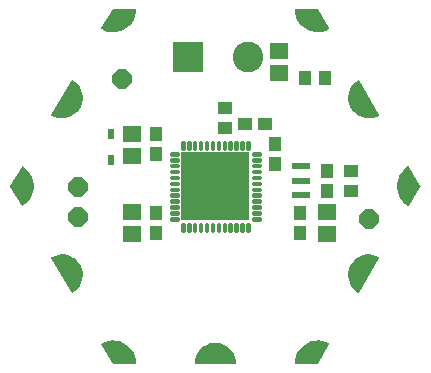
<source format=gbr>
G04 EAGLE Gerber RS-274X export*
G75*
%MOMM*%
%FSLAX34Y34*%
%LPD*%
%INSoldermask Bottom*%
%IPPOS*%
%AMOC8*
5,1,8,0,0,1.08239X$1,22.5*%
G01*
%ADD10R,1.101600X1.201600*%
%ADD11R,1.601600X1.401600*%
%ADD12C,0.225016*%
%ADD13R,5.801588X5.801588*%
%ADD14R,1.501597X0.501600*%
%ADD15R,1.201600X1.101600*%
%ADD16C,1.101600*%
%ADD17R,2.601600X2.601600*%
%ADD18C,2.601600*%
%ADD19R,0.601600X0.901600*%
%ADD20P,1.759533X8X22.500000*%

G36*
X17791Y129D02*
X17791Y129D01*
X17820Y126D01*
X17887Y148D01*
X17957Y162D01*
X17981Y179D01*
X18009Y188D01*
X18062Y235D01*
X18121Y275D01*
X18137Y299D01*
X18159Y319D01*
X18190Y383D01*
X18228Y442D01*
X18233Y471D01*
X18245Y497D01*
X18254Y597D01*
X18261Y639D01*
X18258Y649D01*
X18260Y663D01*
X18028Y3461D01*
X18018Y3495D01*
X18014Y3543D01*
X17325Y6264D01*
X17310Y6296D01*
X17298Y6342D01*
X16170Y8914D01*
X16150Y8942D01*
X16131Y8986D01*
X14595Y11337D01*
X14571Y11361D01*
X14545Y11402D01*
X12643Y13467D01*
X12615Y13488D01*
X12582Y13523D01*
X10367Y15248D01*
X10336Y15263D01*
X10298Y15293D01*
X7828Y16629D01*
X7795Y16639D01*
X7753Y16662D01*
X6567Y17070D01*
X5113Y17569D01*
X5097Y17574D01*
X5063Y17579D01*
X5017Y17594D01*
X2248Y18056D01*
X2213Y18055D01*
X2166Y18063D01*
X-642Y18063D01*
X-676Y18056D01*
X-724Y18056D01*
X-3493Y17594D01*
X-3526Y17582D01*
X-3573Y17574D01*
X-6229Y16662D01*
X-6259Y16645D01*
X-6304Y16629D01*
X-8774Y15293D01*
X-8800Y15271D01*
X-8843Y15248D01*
X-11058Y13523D01*
X-11081Y13497D01*
X-11119Y13467D01*
X-13021Y11402D01*
X-13039Y11372D01*
X-13071Y11337D01*
X-14607Y8986D01*
X-14620Y8954D01*
X-14646Y8914D01*
X-15774Y6342D01*
X-15781Y6309D01*
X-15784Y6302D01*
X-15790Y6293D01*
X-15791Y6287D01*
X-15801Y6264D01*
X-16490Y3543D01*
X-16492Y3508D01*
X-16504Y3461D01*
X-16736Y663D01*
X-16732Y634D01*
X-16737Y605D01*
X-16721Y536D01*
X-16712Y466D01*
X-16698Y440D01*
X-16691Y412D01*
X-16649Y355D01*
X-16614Y293D01*
X-16590Y275D01*
X-16573Y252D01*
X-16512Y216D01*
X-16455Y173D01*
X-16427Y165D01*
X-16402Y150D01*
X-16304Y134D01*
X-16263Y123D01*
X-16252Y125D01*
X-16238Y123D01*
X17762Y123D01*
X17791Y129D01*
G37*
G36*
X-120631Y60432D02*
X-120631Y60432D01*
X-120560Y60429D01*
X-120533Y60439D01*
X-120504Y60441D01*
X-120414Y60483D01*
X-120374Y60498D01*
X-120366Y60506D01*
X-120353Y60512D01*
X-118050Y62111D01*
X-118026Y62137D01*
X-117986Y62164D01*
X-115977Y64121D01*
X-115958Y64150D01*
X-115923Y64183D01*
X-114264Y66444D01*
X-114249Y66475D01*
X-114220Y66514D01*
X-112956Y69017D01*
X-112947Y69051D01*
X-112925Y69094D01*
X-112089Y71771D01*
X-112086Y71805D01*
X-112071Y71851D01*
X-111688Y74630D01*
X-111690Y74664D01*
X-111684Y74712D01*
X-111763Y77515D01*
X-111771Y77549D01*
X-111772Y77597D01*
X-112311Y80349D01*
X-112325Y80381D01*
X-112334Y80429D01*
X-113319Y83054D01*
X-113334Y83079D01*
X-113339Y83099D01*
X-113347Y83110D01*
X-113354Y83129D01*
X-114758Y85557D01*
X-114781Y85583D01*
X-114805Y85625D01*
X-116589Y87788D01*
X-116616Y87810D01*
X-116647Y87847D01*
X-118763Y89688D01*
X-118793Y89705D01*
X-118829Y89737D01*
X-121220Y91204D01*
X-121252Y91215D01*
X-121293Y91241D01*
X-123892Y92294D01*
X-123926Y92301D01*
X-123971Y92319D01*
X-126708Y92930D01*
X-126743Y92931D01*
X-126790Y92942D01*
X-129590Y93094D01*
X-129624Y93089D01*
X-129672Y93092D01*
X-132460Y92782D01*
X-132493Y92771D01*
X-132541Y92766D01*
X-135239Y92001D01*
X-135269Y91985D01*
X-135316Y91972D01*
X-137851Y90773D01*
X-137875Y90756D01*
X-137902Y90746D01*
X-137954Y90697D01*
X-138011Y90654D01*
X-138025Y90629D01*
X-138047Y90609D01*
X-138075Y90544D01*
X-138111Y90483D01*
X-138114Y90454D01*
X-138126Y90427D01*
X-138127Y90356D01*
X-138136Y90285D01*
X-138128Y90257D01*
X-138128Y90228D01*
X-138094Y90135D01*
X-138082Y90094D01*
X-138075Y90085D01*
X-138070Y90072D01*
X-121070Y60672D01*
X-121051Y60650D01*
X-121038Y60624D01*
X-120985Y60576D01*
X-120938Y60523D01*
X-120912Y60511D01*
X-120890Y60491D01*
X-120823Y60468D01*
X-120759Y60438D01*
X-120730Y60436D01*
X-120702Y60427D01*
X-120631Y60432D01*
G37*
G36*
X131148Y208155D02*
X131148Y208155D01*
X131196Y208152D01*
X133984Y208462D01*
X134017Y208473D01*
X134065Y208478D01*
X136763Y209243D01*
X136793Y209259D01*
X136840Y209272D01*
X139375Y210471D01*
X139399Y210488D01*
X139426Y210498D01*
X139478Y210547D01*
X139535Y210590D01*
X139549Y210615D01*
X139571Y210635D01*
X139599Y210700D01*
X139635Y210762D01*
X139638Y210790D01*
X139650Y210817D01*
X139651Y210888D01*
X139660Y210959D01*
X139652Y210987D01*
X139652Y211016D01*
X139618Y211109D01*
X139606Y211150D01*
X139599Y211159D01*
X139594Y211172D01*
X122594Y240572D01*
X122575Y240594D01*
X122562Y240620D01*
X122509Y240668D01*
X122462Y240721D01*
X122436Y240733D01*
X122414Y240753D01*
X122347Y240776D01*
X122283Y240806D01*
X122254Y240808D01*
X122226Y240817D01*
X122155Y240812D01*
X122084Y240815D01*
X122057Y240805D01*
X122028Y240803D01*
X121938Y240761D01*
X121898Y240746D01*
X121890Y240738D01*
X121877Y240732D01*
X119574Y239133D01*
X119550Y239108D01*
X119510Y239080D01*
X117501Y237123D01*
X117482Y237094D01*
X117447Y237061D01*
X115788Y234800D01*
X115773Y234769D01*
X115744Y234730D01*
X114480Y232227D01*
X114471Y232193D01*
X114449Y232150D01*
X113613Y229473D01*
X113610Y229439D01*
X113595Y229393D01*
X113212Y226614D01*
X113214Y226580D01*
X113208Y226532D01*
X113287Y223729D01*
X113295Y223695D01*
X113296Y223647D01*
X113835Y220895D01*
X113849Y220863D01*
X113858Y220815D01*
X114843Y218190D01*
X114861Y218160D01*
X114878Y218115D01*
X116282Y215687D01*
X116305Y215661D01*
X116329Y215620D01*
X118113Y213456D01*
X118140Y213434D01*
X118171Y213397D01*
X120287Y211556D01*
X120317Y211539D01*
X120353Y211508D01*
X122744Y210040D01*
X122776Y210029D01*
X122817Y210003D01*
X125416Y208950D01*
X125450Y208943D01*
X125495Y208925D01*
X128232Y208314D01*
X128267Y208313D01*
X128314Y208302D01*
X131114Y208150D01*
X131148Y208155D01*
G37*
G36*
X122188Y60433D02*
X122188Y60433D01*
X122259Y60432D01*
X122286Y60443D01*
X122315Y60447D01*
X122377Y60481D01*
X122442Y60509D01*
X122463Y60530D01*
X122488Y60544D01*
X122551Y60620D01*
X122581Y60651D01*
X122585Y60661D01*
X122594Y60672D01*
X139594Y90072D01*
X139603Y90100D01*
X139620Y90124D01*
X139635Y90193D01*
X139657Y90261D01*
X139655Y90290D01*
X139661Y90318D01*
X139648Y90388D01*
X139642Y90459D01*
X139629Y90485D01*
X139623Y90513D01*
X139583Y90572D01*
X139551Y90635D01*
X139528Y90654D01*
X139512Y90678D01*
X139430Y90735D01*
X139397Y90762D01*
X139387Y90765D01*
X139375Y90773D01*
X136840Y91972D01*
X136806Y91980D01*
X136763Y92001D01*
X134065Y92766D01*
X134030Y92768D01*
X133984Y92782D01*
X131196Y93092D01*
X131162Y93089D01*
X131114Y93094D01*
X128314Y92942D01*
X128280Y92933D01*
X128232Y92930D01*
X125495Y92319D01*
X125463Y92305D01*
X125416Y92294D01*
X122817Y91241D01*
X122788Y91222D01*
X122744Y91204D01*
X120353Y89737D01*
X120328Y89713D01*
X120287Y89688D01*
X118171Y87847D01*
X118150Y87820D01*
X118113Y87788D01*
X116329Y85625D01*
X116313Y85594D01*
X116282Y85557D01*
X114878Y83129D01*
X114867Y83096D01*
X114860Y83083D01*
X114850Y83069D01*
X114850Y83066D01*
X114843Y83054D01*
X113858Y80429D01*
X113852Y80394D01*
X113835Y80349D01*
X113296Y77597D01*
X113296Y77563D01*
X113287Y77515D01*
X113208Y74712D01*
X113214Y74678D01*
X113212Y74630D01*
X113595Y71851D01*
X113607Y71819D01*
X113613Y71771D01*
X114449Y69094D01*
X114466Y69063D01*
X114480Y69017D01*
X115744Y66514D01*
X115766Y66487D01*
X115788Y66444D01*
X117447Y64183D01*
X117473Y64160D01*
X117501Y64121D01*
X119510Y62164D01*
X119539Y62145D01*
X119574Y62111D01*
X121877Y60512D01*
X121904Y60500D01*
X121927Y60482D01*
X121995Y60461D01*
X122060Y60433D01*
X122089Y60433D01*
X122117Y60425D01*
X122188Y60433D01*
G37*
G36*
X-126790Y208302D02*
X-126790Y208302D01*
X-126756Y208311D01*
X-126708Y208314D01*
X-123971Y208925D01*
X-123939Y208939D01*
X-123892Y208950D01*
X-121293Y210003D01*
X-121264Y210022D01*
X-121220Y210040D01*
X-118829Y211508D01*
X-118804Y211531D01*
X-118763Y211556D01*
X-116647Y213397D01*
X-116626Y213424D01*
X-116589Y213456D01*
X-114805Y215620D01*
X-114789Y215650D01*
X-114758Y215687D01*
X-113354Y218115D01*
X-113343Y218148D01*
X-113319Y218190D01*
X-112334Y220815D01*
X-112328Y220850D01*
X-112311Y220895D01*
X-111772Y223647D01*
X-111772Y223682D01*
X-111763Y223729D01*
X-111684Y226532D01*
X-111690Y226566D01*
X-111688Y226614D01*
X-112071Y229393D01*
X-112083Y229425D01*
X-112089Y229473D01*
X-112925Y232150D01*
X-112942Y232181D01*
X-112956Y232227D01*
X-114220Y234730D01*
X-114242Y234757D01*
X-114264Y234800D01*
X-115923Y237061D01*
X-115949Y237084D01*
X-115977Y237123D01*
X-117986Y239080D01*
X-118015Y239099D01*
X-118050Y239133D01*
X-120353Y240732D01*
X-120380Y240744D01*
X-120403Y240762D01*
X-120471Y240783D01*
X-120536Y240811D01*
X-120565Y240811D01*
X-120593Y240819D01*
X-120664Y240811D01*
X-120735Y240812D01*
X-120762Y240801D01*
X-120791Y240797D01*
X-120853Y240763D01*
X-120918Y240735D01*
X-120939Y240714D01*
X-120964Y240700D01*
X-121027Y240624D01*
X-121057Y240593D01*
X-121061Y240583D01*
X-121070Y240572D01*
X-138070Y211172D01*
X-138079Y211144D01*
X-138096Y211120D01*
X-138111Y211051D01*
X-138133Y210983D01*
X-138131Y210954D01*
X-138137Y210926D01*
X-138124Y210856D01*
X-138118Y210785D01*
X-138105Y210759D01*
X-138099Y210731D01*
X-138059Y210672D01*
X-138027Y210609D01*
X-138004Y210590D01*
X-137988Y210566D01*
X-137906Y210509D01*
X-137873Y210482D01*
X-137863Y210479D01*
X-137851Y210471D01*
X-135316Y209272D01*
X-135282Y209264D01*
X-135239Y209243D01*
X-132541Y208478D01*
X-132506Y208476D01*
X-132460Y208462D01*
X-129672Y208152D01*
X-129638Y208155D01*
X-129590Y208150D01*
X-126790Y208302D01*
G37*
G36*
X164489Y133633D02*
X164489Y133633D01*
X164560Y133633D01*
X164587Y133644D01*
X164616Y133647D01*
X164678Y133682D01*
X164743Y133710D01*
X164764Y133730D01*
X164789Y133745D01*
X164852Y133822D01*
X164882Y133852D01*
X164886Y133862D01*
X164895Y133873D01*
X174395Y150373D01*
X174405Y150405D01*
X174414Y150418D01*
X174418Y150442D01*
X174419Y150446D01*
X174450Y150516D01*
X174450Y150540D01*
X174458Y150562D01*
X174452Y150638D01*
X174453Y150715D01*
X174443Y150739D01*
X174442Y150760D01*
X174421Y150799D01*
X174395Y150871D01*
X164895Y167371D01*
X164876Y167393D01*
X164863Y167419D01*
X164810Y167467D01*
X164763Y167520D01*
X164737Y167533D01*
X164716Y167552D01*
X164648Y167575D01*
X164584Y167606D01*
X164555Y167608D01*
X164528Y167617D01*
X164456Y167612D01*
X164385Y167615D01*
X164358Y167605D01*
X164329Y167603D01*
X164239Y167561D01*
X164199Y167546D01*
X164191Y167539D01*
X164178Y167533D01*
X161655Y165791D01*
X161631Y165767D01*
X161593Y165740D01*
X159381Y163616D01*
X159362Y163588D01*
X159328Y163556D01*
X157486Y161105D01*
X157472Y161074D01*
X157443Y161037D01*
X156018Y158322D01*
X156009Y158291D01*
X155993Y158266D01*
X155992Y158258D01*
X155987Y158248D01*
X155016Y155340D01*
X155012Y155306D01*
X154997Y155262D01*
X154505Y152235D01*
X154506Y152201D01*
X154498Y152155D01*
X154498Y149089D01*
X154499Y149085D01*
X154499Y149083D01*
X154505Y149056D01*
X154505Y149009D01*
X154997Y145982D01*
X155009Y145951D01*
X155016Y145904D01*
X155987Y142996D01*
X156004Y142967D01*
X156018Y142922D01*
X157443Y140207D01*
X157465Y140181D01*
X157486Y140139D01*
X159328Y137688D01*
X159353Y137665D01*
X159381Y137628D01*
X161593Y135504D01*
X161621Y135486D01*
X161655Y135453D01*
X164178Y133711D01*
X164205Y133700D01*
X164227Y133681D01*
X164296Y133661D01*
X164361Y133633D01*
X164390Y133633D01*
X164418Y133625D01*
X164489Y133633D01*
G37*
G36*
X-162932Y133632D02*
X-162932Y133632D01*
X-162861Y133629D01*
X-162834Y133639D01*
X-162805Y133641D01*
X-162715Y133683D01*
X-162675Y133698D01*
X-162667Y133705D01*
X-162654Y133711D01*
X-160131Y135453D01*
X-160107Y135477D01*
X-160069Y135504D01*
X-157857Y137628D01*
X-157838Y137656D01*
X-157804Y137688D01*
X-155962Y140139D01*
X-155948Y140170D01*
X-155919Y140207D01*
X-154494Y142922D01*
X-154485Y142955D01*
X-154463Y142996D01*
X-153492Y145904D01*
X-153488Y145938D01*
X-153473Y145982D01*
X-152981Y149009D01*
X-152982Y149043D01*
X-152974Y149089D01*
X-152974Y152155D01*
X-152981Y152188D01*
X-152981Y152235D01*
X-153473Y155262D01*
X-153485Y155293D01*
X-153492Y155340D01*
X-154463Y158248D01*
X-154476Y158271D01*
X-154482Y158296D01*
X-154489Y158305D01*
X-154494Y158322D01*
X-155919Y161037D01*
X-155941Y161063D01*
X-155962Y161105D01*
X-157804Y163556D01*
X-157829Y163579D01*
X-157857Y163616D01*
X-160069Y165740D01*
X-160097Y165758D01*
X-160131Y165791D01*
X-162654Y167533D01*
X-162681Y167544D01*
X-162703Y167563D01*
X-162772Y167583D01*
X-162837Y167611D01*
X-162866Y167611D01*
X-162894Y167619D01*
X-162965Y167611D01*
X-163036Y167612D01*
X-163063Y167600D01*
X-163092Y167597D01*
X-163154Y167562D01*
X-163219Y167534D01*
X-163240Y167514D01*
X-163265Y167499D01*
X-163328Y167422D01*
X-163358Y167392D01*
X-163362Y167382D01*
X-163371Y167371D01*
X-172871Y150871D01*
X-172895Y150798D01*
X-172926Y150728D01*
X-172926Y150704D01*
X-172934Y150682D01*
X-172928Y150606D01*
X-172929Y150529D01*
X-172919Y150505D01*
X-172918Y150484D01*
X-172897Y150445D01*
X-172878Y150393D01*
X-172877Y150387D01*
X-172875Y150385D01*
X-172871Y150373D01*
X-163371Y133873D01*
X-163352Y133851D01*
X-163339Y133825D01*
X-163286Y133777D01*
X-163239Y133724D01*
X-163213Y133711D01*
X-163192Y133692D01*
X-163124Y133669D01*
X-163060Y133638D01*
X-163031Y133637D01*
X-163004Y133627D01*
X-162932Y133632D01*
G37*
G36*
X87438Y138D02*
X87438Y138D01*
X87516Y147D01*
X87535Y158D01*
X87557Y162D01*
X87621Y206D01*
X87689Y245D01*
X87705Y264D01*
X87721Y275D01*
X87745Y313D01*
X87795Y373D01*
X97295Y16873D01*
X97304Y16900D01*
X97320Y16924D01*
X97335Y16994D01*
X97358Y17062D01*
X97355Y17090D01*
X97361Y17118D01*
X97348Y17189D01*
X97342Y17260D01*
X97329Y17285D01*
X97323Y17313D01*
X97283Y17373D01*
X97250Y17436D01*
X97228Y17454D01*
X97212Y17478D01*
X97129Y17536D01*
X97097Y17563D01*
X97086Y17566D01*
X97076Y17573D01*
X94310Y18882D01*
X94277Y18890D01*
X94234Y18910D01*
X91294Y19758D01*
X91260Y19761D01*
X91216Y19774D01*
X88178Y20139D01*
X88144Y20136D01*
X88097Y20142D01*
X85040Y20015D01*
X85007Y20007D01*
X84960Y20006D01*
X81963Y19390D01*
X81932Y19377D01*
X81886Y19368D01*
X79026Y18279D01*
X78998Y18261D01*
X78954Y18245D01*
X76306Y16711D01*
X76280Y16689D01*
X76240Y16666D01*
X73872Y14728D01*
X73850Y14701D01*
X73814Y14672D01*
X71787Y12379D01*
X71771Y12350D01*
X71739Y12315D01*
X70107Y9727D01*
X70095Y9695D01*
X70070Y9656D01*
X68874Y6839D01*
X68867Y6806D01*
X68864Y6799D01*
X68860Y6793D01*
X68859Y6787D01*
X68848Y6763D01*
X68120Y3791D01*
X68118Y3757D01*
X68107Y3712D01*
X67864Y662D01*
X67868Y633D01*
X67863Y605D01*
X67880Y536D01*
X67888Y464D01*
X67903Y440D01*
X67909Y412D01*
X67952Y354D01*
X67988Y292D01*
X68010Y275D01*
X68027Y252D01*
X68089Y215D01*
X68146Y172D01*
X68174Y165D01*
X68198Y150D01*
X68298Y134D01*
X68339Y123D01*
X68349Y125D01*
X68362Y123D01*
X87362Y123D01*
X87438Y138D01*
G37*
G36*
X88131Y281107D02*
X88131Y281107D01*
X88178Y281105D01*
X91216Y281470D01*
X91248Y281481D01*
X91294Y281486D01*
X94234Y282334D01*
X94264Y282350D01*
X94310Y282362D01*
X97076Y283671D01*
X97098Y283688D01*
X97125Y283698D01*
X97177Y283747D01*
X97235Y283790D01*
X97249Y283815D01*
X97270Y283834D01*
X97299Y283900D01*
X97335Y283962D01*
X97338Y283990D01*
X97350Y284016D01*
X97351Y284088D01*
X97360Y284159D01*
X97352Y284186D01*
X97353Y284215D01*
X97317Y284310D01*
X97306Y284350D01*
X97299Y284359D01*
X97295Y284371D01*
X87795Y300871D01*
X87743Y300930D01*
X87697Y300992D01*
X87678Y301003D01*
X87663Y301020D01*
X87593Y301054D01*
X87526Y301094D01*
X87502Y301098D01*
X87484Y301106D01*
X87439Y301108D01*
X87362Y301121D01*
X68362Y301121D01*
X68334Y301116D01*
X68306Y301118D01*
X68238Y301096D01*
X68167Y301082D01*
X68144Y301066D01*
X68117Y301057D01*
X68062Y301010D01*
X68003Y300969D01*
X67988Y300945D01*
X67967Y300927D01*
X67935Y300862D01*
X67896Y300802D01*
X67891Y300774D01*
X67879Y300748D01*
X67870Y300647D01*
X67863Y300605D01*
X67865Y300595D01*
X67864Y300582D01*
X68107Y297532D01*
X68116Y297500D01*
X68120Y297453D01*
X68848Y294481D01*
X68863Y294450D01*
X68874Y294405D01*
X70070Y291588D01*
X70089Y291560D01*
X70107Y291517D01*
X71739Y288929D01*
X71763Y288905D01*
X71787Y288865D01*
X73814Y286572D01*
X73841Y286552D01*
X73872Y286516D01*
X76240Y284578D01*
X76270Y284562D01*
X76306Y284533D01*
X78954Y283000D01*
X78986Y282989D01*
X79026Y282965D01*
X81886Y281877D01*
X81919Y281871D01*
X81963Y281854D01*
X84960Y281238D01*
X84994Y281238D01*
X85040Y281229D01*
X88097Y281102D01*
X88131Y281107D01*
G37*
G36*
X-66810Y128D02*
X-66810Y128D01*
X-66782Y126D01*
X-66714Y148D01*
X-66643Y162D01*
X-66620Y178D01*
X-66593Y187D01*
X-66538Y234D01*
X-66479Y275D01*
X-66464Y299D01*
X-66443Y317D01*
X-66411Y382D01*
X-66372Y442D01*
X-66367Y470D01*
X-66355Y496D01*
X-66346Y597D01*
X-66339Y639D01*
X-66341Y649D01*
X-66340Y662D01*
X-66583Y3712D01*
X-66592Y3744D01*
X-66596Y3791D01*
X-67324Y6763D01*
X-67339Y6794D01*
X-67350Y6839D01*
X-68546Y9656D01*
X-68565Y9684D01*
X-68583Y9727D01*
X-70215Y12315D01*
X-70239Y12339D01*
X-70263Y12379D01*
X-72290Y14672D01*
X-72317Y14692D01*
X-72348Y14728D01*
X-74716Y16666D01*
X-74746Y16682D01*
X-74782Y16711D01*
X-77430Y18245D01*
X-77462Y18255D01*
X-77502Y18279D01*
X-80362Y19368D01*
X-80395Y19373D01*
X-80439Y19390D01*
X-83436Y20006D01*
X-83470Y20006D01*
X-83516Y20015D01*
X-86573Y20142D01*
X-86607Y20137D01*
X-86654Y20139D01*
X-89692Y19774D01*
X-89724Y19763D01*
X-89770Y19758D01*
X-92710Y18910D01*
X-92740Y18894D01*
X-92786Y18882D01*
X-95552Y17573D01*
X-95574Y17556D01*
X-95601Y17546D01*
X-95653Y17497D01*
X-95711Y17454D01*
X-95725Y17429D01*
X-95746Y17410D01*
X-95775Y17344D01*
X-95811Y17282D01*
X-95814Y17254D01*
X-95826Y17228D01*
X-95827Y17156D01*
X-95836Y17085D01*
X-95828Y17058D01*
X-95829Y17029D01*
X-95793Y16934D01*
X-95782Y16894D01*
X-95775Y16885D01*
X-95771Y16873D01*
X-86271Y373D01*
X-86219Y315D01*
X-86173Y252D01*
X-86154Y241D01*
X-86139Y224D01*
X-86069Y190D01*
X-86002Y150D01*
X-85978Y146D01*
X-85960Y138D01*
X-85915Y136D01*
X-85838Y123D01*
X-66838Y123D01*
X-66810Y128D01*
G37*
G36*
X-83516Y281229D02*
X-83516Y281229D01*
X-83483Y281237D01*
X-83436Y281238D01*
X-80439Y281854D01*
X-80408Y281867D01*
X-80362Y281877D01*
X-77502Y282965D01*
X-77474Y282983D01*
X-77430Y283000D01*
X-74782Y284533D01*
X-74756Y284555D01*
X-74716Y284578D01*
X-72348Y286516D01*
X-72326Y286543D01*
X-72290Y286572D01*
X-70263Y288865D01*
X-70247Y288894D01*
X-70215Y288929D01*
X-68583Y291517D01*
X-68571Y291549D01*
X-68546Y291588D01*
X-67350Y294405D01*
X-67343Y294438D01*
X-67324Y294481D01*
X-66596Y297453D01*
X-66594Y297487D01*
X-66583Y297532D01*
X-66340Y300582D01*
X-66344Y300611D01*
X-66339Y300639D01*
X-66356Y300708D01*
X-66364Y300780D01*
X-66379Y300804D01*
X-66385Y300832D01*
X-66428Y300890D01*
X-66464Y300952D01*
X-66486Y300969D01*
X-66503Y300992D01*
X-66565Y301029D01*
X-66622Y301072D01*
X-66650Y301079D01*
X-66674Y301094D01*
X-66774Y301110D01*
X-66815Y301121D01*
X-66825Y301119D01*
X-66838Y301121D01*
X-85838Y301121D01*
X-85914Y301106D01*
X-85992Y301097D01*
X-86011Y301086D01*
X-86033Y301082D01*
X-86097Y301038D01*
X-86165Y300999D01*
X-86181Y300980D01*
X-86197Y300969D01*
X-86221Y300931D01*
X-86271Y300871D01*
X-95771Y284371D01*
X-95780Y284344D01*
X-95796Y284320D01*
X-95811Y284250D01*
X-95834Y284182D01*
X-95831Y284154D01*
X-95837Y284126D01*
X-95824Y284056D01*
X-95818Y283984D01*
X-95805Y283959D01*
X-95799Y283931D01*
X-95759Y283871D01*
X-95726Y283808D01*
X-95704Y283790D01*
X-95688Y283766D01*
X-95605Y283708D01*
X-95573Y283681D01*
X-95562Y283678D01*
X-95552Y283671D01*
X-92786Y282362D01*
X-92753Y282354D01*
X-92710Y282334D01*
X-89770Y281486D01*
X-89736Y281483D01*
X-89692Y281470D01*
X-86654Y281105D01*
X-86620Y281108D01*
X-86573Y281102D01*
X-83516Y281229D01*
G37*
D10*
X95250Y146440D03*
X95250Y163440D03*
D11*
X95250Y109880D03*
X95250Y128880D03*
D12*
X32379Y177489D02*
X32379Y178755D01*
X38145Y178755D01*
X38145Y177489D01*
X32379Y177489D01*
X32379Y173755D02*
X32379Y172489D01*
X32379Y173755D02*
X38145Y173755D01*
X38145Y172489D01*
X32379Y172489D01*
X32379Y168755D02*
X32379Y167489D01*
X32379Y168755D02*
X38145Y168755D01*
X38145Y167489D01*
X32379Y167489D01*
X32379Y163755D02*
X32379Y162489D01*
X32379Y163755D02*
X38145Y163755D01*
X38145Y162489D01*
X32379Y162489D01*
X32379Y158755D02*
X32379Y157489D01*
X32379Y158755D02*
X38145Y158755D01*
X38145Y157489D01*
X32379Y157489D01*
X32379Y153755D02*
X32379Y152489D01*
X32379Y153755D02*
X38145Y153755D01*
X38145Y152489D01*
X32379Y152489D01*
X32379Y148755D02*
X32379Y147489D01*
X32379Y148755D02*
X38145Y148755D01*
X38145Y147489D01*
X32379Y147489D01*
X32379Y143755D02*
X32379Y142489D01*
X32379Y143755D02*
X38145Y143755D01*
X38145Y142489D01*
X32379Y142489D01*
X32379Y138755D02*
X32379Y137489D01*
X32379Y138755D02*
X38145Y138755D01*
X38145Y137489D01*
X32379Y137489D01*
X32379Y133755D02*
X32379Y132489D01*
X32379Y133755D02*
X38145Y133755D01*
X38145Y132489D01*
X32379Y132489D01*
X32379Y128755D02*
X32379Y127489D01*
X32379Y128755D02*
X38145Y128755D01*
X38145Y127489D01*
X32379Y127489D01*
X32379Y123755D02*
X32379Y122489D01*
X32379Y123755D02*
X38145Y123755D01*
X38145Y122489D01*
X32379Y122489D01*
X28895Y119005D02*
X27629Y119005D01*
X28895Y119005D02*
X28895Y113239D01*
X27629Y113239D01*
X27629Y119005D01*
X27629Y115376D02*
X28895Y115376D01*
X28895Y117513D02*
X27629Y117513D01*
X23895Y119005D02*
X22629Y119005D01*
X23895Y119005D02*
X23895Y113239D01*
X22629Y113239D01*
X22629Y119005D01*
X22629Y115376D02*
X23895Y115376D01*
X23895Y117513D02*
X22629Y117513D01*
X18895Y119005D02*
X17629Y119005D01*
X18895Y119005D02*
X18895Y113239D01*
X17629Y113239D01*
X17629Y119005D01*
X17629Y115376D02*
X18895Y115376D01*
X18895Y117513D02*
X17629Y117513D01*
X13895Y119005D02*
X12629Y119005D01*
X13895Y119005D02*
X13895Y113239D01*
X12629Y113239D01*
X12629Y119005D01*
X12629Y115376D02*
X13895Y115376D01*
X13895Y117513D02*
X12629Y117513D01*
X8895Y119005D02*
X7629Y119005D01*
X8895Y119005D02*
X8895Y113239D01*
X7629Y113239D01*
X7629Y119005D01*
X7629Y115376D02*
X8895Y115376D01*
X8895Y117513D02*
X7629Y117513D01*
X3895Y119005D02*
X2629Y119005D01*
X3895Y119005D02*
X3895Y113239D01*
X2629Y113239D01*
X2629Y119005D01*
X2629Y115376D02*
X3895Y115376D01*
X3895Y117513D02*
X2629Y117513D01*
X-1105Y119005D02*
X-2371Y119005D01*
X-1105Y119005D02*
X-1105Y113239D01*
X-2371Y113239D01*
X-2371Y119005D01*
X-2371Y115376D02*
X-1105Y115376D01*
X-1105Y117513D02*
X-2371Y117513D01*
X-6105Y119005D02*
X-7371Y119005D01*
X-6105Y119005D02*
X-6105Y113239D01*
X-7371Y113239D01*
X-7371Y119005D01*
X-7371Y115376D02*
X-6105Y115376D01*
X-6105Y117513D02*
X-7371Y117513D01*
X-11105Y119005D02*
X-12371Y119005D01*
X-11105Y119005D02*
X-11105Y113239D01*
X-12371Y113239D01*
X-12371Y119005D01*
X-12371Y115376D02*
X-11105Y115376D01*
X-11105Y117513D02*
X-12371Y117513D01*
X-16105Y119005D02*
X-17371Y119005D01*
X-16105Y119005D02*
X-16105Y113239D01*
X-17371Y113239D01*
X-17371Y119005D01*
X-17371Y115376D02*
X-16105Y115376D01*
X-16105Y117513D02*
X-17371Y117513D01*
X-21105Y119005D02*
X-22371Y119005D01*
X-21105Y119005D02*
X-21105Y113239D01*
X-22371Y113239D01*
X-22371Y119005D01*
X-22371Y115376D02*
X-21105Y115376D01*
X-21105Y117513D02*
X-22371Y117513D01*
X-26105Y119005D02*
X-27371Y119005D01*
X-26105Y119005D02*
X-26105Y113239D01*
X-27371Y113239D01*
X-27371Y119005D01*
X-27371Y115376D02*
X-26105Y115376D01*
X-26105Y117513D02*
X-27371Y117513D01*
X-30855Y122489D02*
X-30855Y123755D01*
X-30855Y122489D02*
X-36621Y122489D01*
X-36621Y123755D01*
X-30855Y123755D01*
X-30855Y127489D02*
X-30855Y128755D01*
X-30855Y127489D02*
X-36621Y127489D01*
X-36621Y128755D01*
X-30855Y128755D01*
X-30855Y132489D02*
X-30855Y133755D01*
X-30855Y132489D02*
X-36621Y132489D01*
X-36621Y133755D01*
X-30855Y133755D01*
X-30855Y137489D02*
X-30855Y138755D01*
X-30855Y137489D02*
X-36621Y137489D01*
X-36621Y138755D01*
X-30855Y138755D01*
X-30855Y142489D02*
X-30855Y143755D01*
X-30855Y142489D02*
X-36621Y142489D01*
X-36621Y143755D01*
X-30855Y143755D01*
X-30855Y147489D02*
X-30855Y148755D01*
X-30855Y147489D02*
X-36621Y147489D01*
X-36621Y148755D01*
X-30855Y148755D01*
X-30855Y152489D02*
X-30855Y153755D01*
X-30855Y152489D02*
X-36621Y152489D01*
X-36621Y153755D01*
X-30855Y153755D01*
X-30855Y157489D02*
X-30855Y158755D01*
X-30855Y157489D02*
X-36621Y157489D01*
X-36621Y158755D01*
X-30855Y158755D01*
X-30855Y162489D02*
X-30855Y163755D01*
X-30855Y162489D02*
X-36621Y162489D01*
X-36621Y163755D01*
X-30855Y163755D01*
X-30855Y167489D02*
X-30855Y168755D01*
X-30855Y167489D02*
X-36621Y167489D01*
X-36621Y168755D01*
X-30855Y168755D01*
X-30855Y172489D02*
X-30855Y173755D01*
X-30855Y172489D02*
X-36621Y172489D01*
X-36621Y173755D01*
X-30855Y173755D01*
X-30855Y177489D02*
X-30855Y178755D01*
X-30855Y177489D02*
X-36621Y177489D01*
X-36621Y178755D01*
X-30855Y178755D01*
X-27371Y182239D02*
X-26105Y182239D01*
X-27371Y182239D02*
X-27371Y188005D01*
X-26105Y188005D01*
X-26105Y182239D01*
X-26105Y184376D02*
X-27371Y184376D01*
X-27371Y186513D02*
X-26105Y186513D01*
X-22371Y182239D02*
X-21105Y182239D01*
X-22371Y182239D02*
X-22371Y188005D01*
X-21105Y188005D01*
X-21105Y182239D01*
X-21105Y184376D02*
X-22371Y184376D01*
X-22371Y186513D02*
X-21105Y186513D01*
X-17371Y182239D02*
X-16105Y182239D01*
X-17371Y182239D02*
X-17371Y188005D01*
X-16105Y188005D01*
X-16105Y182239D01*
X-16105Y184376D02*
X-17371Y184376D01*
X-17371Y186513D02*
X-16105Y186513D01*
X-12371Y182239D02*
X-11105Y182239D01*
X-12371Y182239D02*
X-12371Y188005D01*
X-11105Y188005D01*
X-11105Y182239D01*
X-11105Y184376D02*
X-12371Y184376D01*
X-12371Y186513D02*
X-11105Y186513D01*
X-7371Y182239D02*
X-6105Y182239D01*
X-7371Y182239D02*
X-7371Y188005D01*
X-6105Y188005D01*
X-6105Y182239D01*
X-6105Y184376D02*
X-7371Y184376D01*
X-7371Y186513D02*
X-6105Y186513D01*
X-2371Y182239D02*
X-1105Y182239D01*
X-2371Y182239D02*
X-2371Y188005D01*
X-1105Y188005D01*
X-1105Y182239D01*
X-1105Y184376D02*
X-2371Y184376D01*
X-2371Y186513D02*
X-1105Y186513D01*
X2629Y182239D02*
X3895Y182239D01*
X2629Y182239D02*
X2629Y188005D01*
X3895Y188005D01*
X3895Y182239D01*
X3895Y184376D02*
X2629Y184376D01*
X2629Y186513D02*
X3895Y186513D01*
X7629Y182239D02*
X8895Y182239D01*
X7629Y182239D02*
X7629Y188005D01*
X8895Y188005D01*
X8895Y182239D01*
X8895Y184376D02*
X7629Y184376D01*
X7629Y186513D02*
X8895Y186513D01*
X12629Y182239D02*
X13895Y182239D01*
X12629Y182239D02*
X12629Y188005D01*
X13895Y188005D01*
X13895Y182239D01*
X13895Y184376D02*
X12629Y184376D01*
X12629Y186513D02*
X13895Y186513D01*
X17629Y182239D02*
X18895Y182239D01*
X17629Y182239D02*
X17629Y188005D01*
X18895Y188005D01*
X18895Y182239D01*
X18895Y184376D02*
X17629Y184376D01*
X17629Y186513D02*
X18895Y186513D01*
X22629Y182239D02*
X23895Y182239D01*
X22629Y182239D02*
X22629Y188005D01*
X23895Y188005D01*
X23895Y182239D01*
X23895Y184376D02*
X22629Y184376D01*
X22629Y186513D02*
X23895Y186513D01*
X27629Y182239D02*
X28895Y182239D01*
X27629Y182239D02*
X27629Y188005D01*
X28895Y188005D01*
X28895Y182239D01*
X28895Y184376D02*
X27629Y184376D01*
X27629Y186513D02*
X28895Y186513D01*
D13*
X762Y150622D03*
D14*
X72865Y167430D03*
X72865Y155430D03*
X72865Y143430D03*
D15*
X8890Y216780D03*
X8890Y199780D03*
D11*
X-69850Y194920D03*
X-69850Y175920D03*
X-69850Y109880D03*
X-69850Y128880D03*
D10*
X72390Y110880D03*
X72390Y127880D03*
X-49530Y195190D03*
X-49530Y178190D03*
X-49530Y110880D03*
X-49530Y127880D03*
D15*
X42790Y203200D03*
X25790Y203200D03*
D10*
X50800Y186300D03*
X50800Y169300D03*
D15*
X115570Y163440D03*
X115570Y146440D03*
D16*
X83362Y293722D03*
X165962Y150622D03*
X83362Y7522D03*
X-81838Y7522D03*
X-164438Y150622D03*
X-81838Y293722D03*
X124662Y222122D03*
X124662Y79122D03*
X762Y7522D03*
X-123138Y79122D03*
X-123138Y222122D03*
D17*
X-22860Y260350D03*
D18*
X27940Y260350D03*
D11*
X54610Y265380D03*
X54610Y246380D03*
D10*
X76590Y242570D03*
X93590Y242570D03*
D19*
X-87630Y173150D03*
X-87630Y195150D03*
D20*
X-115570Y124460D03*
X-115570Y149860D03*
X-78740Y241300D03*
X130810Y123190D03*
M02*

</source>
